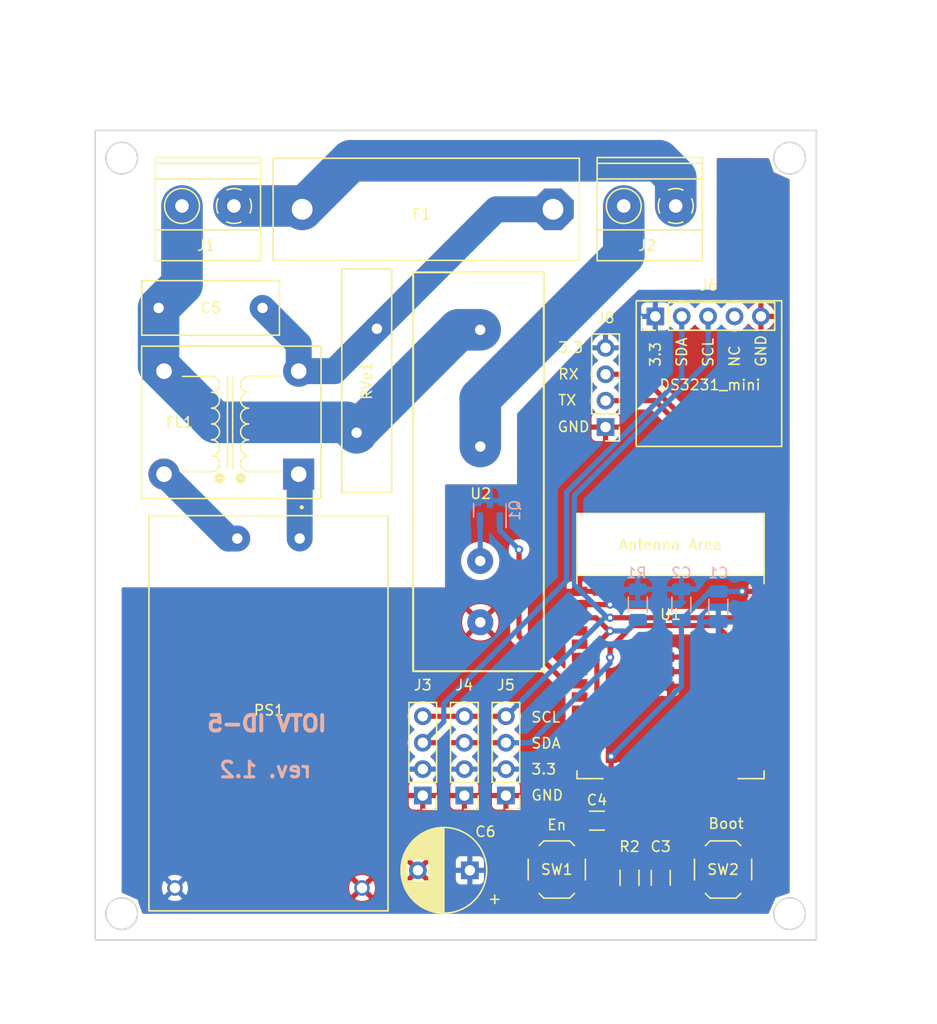
<source format=kicad_pcb>
(kicad_pcb (version 20221018) (generator pcbnew)
  (title_block (title "IOTV_ID-5") (date "2023-08-15") (rev "3") (company "Вербкин М.С."))
  (layers (0 "F.Cu" signal) (31 "B.Cu" signal) (34 "B.Paste" user) (35 "F.Paste" user) (36 "B.SilkS" user "B.Silkscreen") (37 "F.SilkS" user "F.Silkscreen") (38 "B.Mask" user) (39 "F.Mask" user) (44 "Edge.Cuts" user))
  (net 0 "")
  (net 1 "GND")
  (net 2 "+3.3V")
  (net 3 "~220")
  (net 4 "EN")
  (net 5 "Net-(C4-Pad1)")
  (net 6 "SDA")
  (net 7 "SCL")
  (net 8 "SSD-1")
  (net 9 "Net-(J1-Pin_1)")
  (net 10 "Net-(PS1-AC2)")
  (net 11 "Net-(PS1-AC1)")
  (net 12 "SSD-2")
  (net 21 "U0TX")
  (net 22 "U0RX")
  (net 24 "GPIO0")
  (net 36 "ssr+")
  (net 37 "GPIO32")
  (footprint "Capacitor_THT:C_Rect_L13.0mm_W5.0mm_P10.00mm_FKS3_FKP3_MKS4" (layer "F.Cu") (at 117.694 67.998 180)
    (fp_text reference "C5" (at 5 0) (layer "F.SilkS"))
    (fp_text value "C_Generic")
    (pad "1" thru_hole circle (at 0 0 180) (size 2 2) (drill 1) (layers "*.Cu" "*.Mask") (net 3 "~220"))
    (pad "2" thru_hole circle (at 10 0 180) (size 2 2) (drill 1) (layers "*.Cu" "*.Mask") (net 8 "SSD-1"))
  )
  (footprint "Connector_PinHeader_2.54mm:PinHeader_1x04_P2.54mm_Vertical" (layer "F.Cu") (at 150.693 79.454 180)
    (fp_text reference "J8" (at 0 10.5) (layer "F.SilkS"))
    (fp_text value "UART")
    (pad "1" thru_hole rect (at 0 0 180) (size 1.7 1.7) (drill 1) (layers "*.Cu" "*.Mask") (net 1 "GND"))
    (pad "2" thru_hole oval (at 0 2.54 180) (size 1.7 1.7) (drill 1) (layers "*.Cu" "*.Mask") (net 21 "U0TX"))
    (pad "3" thru_hole oval (at 0 5.08 180) (size 1.7 1.7) (drill 1) (layers "*.Cu" "*.Mask") (net 22 "U0RX"))
    (pad "4" thru_hole oval (at 0 7.62 180) (size 1.7 1.7) (drill 1) (layers "*.Cu" "*.Mask") (net 2 "+3.3V"))
  )
  (footprint "Espressif:ESP32-WROOM-32E" (layer "F.Cu") (at 156.945 102.26)
    (fp_text reference "U1" (at 0 -4.782 180) (layer "F.SilkS"))
    (fp_text value "ESP32-WROOM-E")
    (fp_text user "Antenna Area" (at 0 -11.5) (layer "F.SilkS"))
    (pad "1" smd rect (at -8.75 -7.01) (size 1.5 0.9) (layers "F.Cu" "F.Paste" "F.Mask") (net 1 "GND"))
    (pad "2" smd rect (at -8.75 -5.74) (size 1.5 0.9) (layers "F.Cu" "F.Paste" "F.Mask") (net 2 "+3.3V"))
    (pad "3" smd rect (at -8.75 -4.47) (size 1.5 0.9) (layers "F.Cu" "F.Paste" "F.Mask") (net 4 "EN"))
    (pad "4" smd rect (at -8.75 -3.2) (size 1.5 0.9) (layers "F.Cu" "F.Paste" "F.Mask"))
    (pad "5" smd rect (at -8.75 -1.93) (size 1.5 0.9) (layers "F.Cu" "F.Paste" "F.Mask"))
    (pad "6" smd rect (at -8.75 -0.66) (size 1.5 0.9) (layers "F.Cu" "F.Paste" "F.Mask"))
    (pad "7" smd rect (at -8.75 0.61) (size 1.5 0.9) (layers "F.Cu" "F.Paste" "F.Mask"))
    (pad "8" smd rect (at -8.75 1.88) (size 1.5 0.9) (layers "F.Cu" "F.Paste" "F.Mask") (net 37 "GPIO32"))
    (pad "9" smd rect (at -8.75 3.15) (size 1.5 0.9) (layers "F.Cu" "F.Paste" "F.Mask"))
    (pad "10" smd rect (at -8.75 4.42) (size 1.5 0.9) (layers "F.Cu" "F.Paste" "F.Mask"))
    (pad "11" smd rect (at -8.75 5.69) (size 1.5 0.9) (layers "F.Cu" "F.Paste" "F.Mask"))
    (pad "12" smd rect (at -8.75 6.96) (size 1.5 0.9) (layers "F.Cu" "F.Paste" "F.Mask"))
    (pad "13" smd rect (at -8.75 8.23) (size 1.5 0.9) (layers "F.Cu" "F.Paste" "F.Mask"))
    (pad "14" smd rect (at -8.75 9.5) (size 1.5 0.9) (layers "F.Cu" "F.Paste" "F.Mask"))
    (pad "15" smd rect (at -5.72 10.75 90) (size 1.5 0.9) (layers "F.Cu" "F.Paste" "F.Mask") (net 1 "GND"))
    (pad "16" smd rect (at -4.45 10.75 90) (size 1.5 0.9) (layers "F.Cu" "F.Paste" "F.Mask"))
    (pad "17" smd rect (at -3.18 10.75 90) (size 1.5 0.9) (layers "F.Cu" "F.Paste" "F.Mask"))
    (pad "18" smd rect (at -1.91 10.75 90) (size 1.5 0.9) (layers "F.Cu" "F.Paste" "F.Mask"))
    (pad "19" smd rect (at -0.64 10.75 90) (size 1.5 0.9) (layers "F.Cu" "F.Paste" "F.Mask"))
    (pad "20" smd rect (at 0.63 10.75 90) (size 1.5 0.9) (layers "F.Cu" "F.Paste" "F.Mask"))
    (pad "21" smd rect (at 1.9 10.75 90) (size 1.5 0.9) (layers "F.Cu" "F.Paste" "F.Mask"))
    (pad "22" smd rect (at 3.17 10.75 90) (size 1.5 0.9) (layers "F.Cu" "F.Paste" "F.Mask"))
    (pad "23" smd rect (at 4.44 10.75 90) (size 1.5 0.9) (layers "F.Cu" "F.Paste" "F.Mask"))
    (pad "24" smd rect (at 5.71 10.75 90) (size 1.5 0.9) (layers "F.Cu" "F.Paste" "F.Mask"))
    (pad "25" smd rect (at 8.75 9.5 180) (size 1.5 0.9) (layers "F.Cu" "F.Paste" "F.Mask") (net 24 "GPIO0"))
    (pad "26" smd rect (at 8.75 8.23 180) (size 1.5 0.9) (layers "F.Cu" "F.Paste" "F.Mask"))
    (pad "27" smd rect (at 8.75 6.96 180) (size 1.5 0.9) (layers "F.Cu" "F.Paste" "F.Mask"))
    (pad "28" smd rect (at 8.75 5.69 180) (size 1.5 0.9) (layers "F.Cu" "F.Paste" "F.Mask"))
    (pad "29" smd rect (at 8.75 4.42 180) (size 1.5 0.9) (layers "F.Cu" "F.Paste" "F.Mask"))
    (pad "30" smd rect (at 8.75 3.15 180) (size 1.5 0.9) (layers "F.Cu" "F.Paste" "F.Mask"))
    (pad "31" smd rect (at 8.75 1.88 180) (size 1.5 0.9) (layers "F.Cu" "F.Paste" "F.Mask"))
    (pad "32" smd rect (at 8.75 0.61 180) (size 1.5 0.9) (layers "F.Cu" "F.Paste" "F.Mask"))
    (pad "33" smd rect (at 8.75 -0.66 180) (size 1.5 0.9) (layers "F.Cu" "F.Paste" "F.Mask") (net 6 "SDA"))
    (pad "34" smd rect (at 8.75 -1.93 180) (size 1.5 0.9) (layers "F.Cu" "F.Paste" "F.Mask") (net 22 "U0RX"))
    (pad "35" smd rect (at 8.75 -3.2 180) (size 1.5 0.9) (layers "F.Cu" "F.Paste" "F.Mask") (net 21 "U0TX"))
    (pad "36" smd rect (at 8.75 -4.47 180) (size 1.5 0.9) (layers "F.Cu" "F.Paste" "F.Mask") (net 7 "SCL"))
    (pad "37" smd rect (at 8.75 -5.74 180) (size 1.5 0.9) (layers "F.Cu" "F.Paste" "F.Mask"))
    (pad "38" smd rect (at 8.75 -7.01 180) (size 1.5 0.9) (layers "F.Cu" "F.Paste" "F.Mask") (net 1 "GND"))
    (pad "39" smd rect (at -2.9 -0.69 180) (size 0.9 0.9) (layers "F.Cu" "F.Paste" "F.Mask") (net 1 "GND"))
    (pad "39" smd rect (at -2.9 -0.69 180) (size 0.9 0.9) (layers "F.Cu" "F.Paste" "F.Mask") (net 1 "GND"))
    (pad "39" smd rect (at -2.9 0.71 180) (size 0.9 0.9) (layers "F.Cu" "F.Paste" "F.Mask") (net 1 "GND"))
    (pad "39" smd rect (at -2.9 2.11 180) (size 0.9 0.9) (layers "F.Cu" "F.Paste" "F.Mask") (net 1 "GND"))
    (pad "39" smd rect (at -2.9 2.11 180) (size 0.9 0.9) (layers "F.Cu" "F.Paste" "F.Mask") (net 1 "GND"))
    (pad "39" smd rect (at -1.5 -0.69 180) (size 0.9 0.9) (layers "F.Cu" "F.Paste" "F.Mask") (net 1 "GND"))
    (pad "39" smd rect (at -1.5 0.71 180) (size 0.9 0.9) (layers "F.Cu" "F.Paste" "F.Mask") (net 1 "GND"))
    (pad "39" smd rect (at -1.5 2.11 180) (size 0.9 0.9) (layers "F.Cu" "F.Paste" "F.Mask") (net 1 "GND"))
    (pad "39" smd rect (at -1.5 2.11 180) (size 0.9 0.9) (layers "F.Cu" "F.Paste" "F.Mask") (net 1 "GND"))
    (pad "39" smd rect (at -0.1 -0.69 180) (size 0.9 0.9) (layers "F.Cu" "F.Paste" "F.Mask") (net 1 "GND"))
    (pad "39" smd rect (at -0.1 0.71 180) (size 0.9 0.9) (layers "F.Cu" "F.Paste" "F.Mask") (net 1 "GND"))
    (pad "39" smd rect (at -0.1 2.11 180) (size 0.9 0.9) (layers "F.Cu" "F.Paste" "F.Mask") (net 1 "GND"))
    (zone (net 0) (net_name "") (layers "*.Cu") (name "antenna keepout") (connect_pads (clearance 0)) (min_thickness 0.254)
      (keepout (tracks not_allowed) (vias not_allowed) (pads not_allowed) (copperpour not_allowed) (footprints not_allowed))
      (fill (thermal_gap 0.508) (thermal_bridge_width 0.508))
      (polygon (pts (xy 165.945 93.71) (xy 147.945 93.71) (xy 147.945 87.76) (xy 165.945 87.76)))
    )
  )
  (footprint "Button_Switch_SMD:SW_SPST_TL3342" (layer "F.Cu") (at 162 121.998)
    (fp_text reference "SW2" (at 0 0) (layer "F.SilkS"))
    (fp_text value "Boot")
    (pad "1" smd rect (at -3.15 -1.9) (size 1.7 1) (layers "F.Cu" "F.Paste" "F.Mask") (net 24 "GPIO0"))
    (pad "1" smd rect (at 3.15 -1.9) (size 1.7 1) (layers "F.Cu" "F.Paste" "F.Mask") (net 24 "GPIO0"))
    (pad "2" smd rect (at -3.15 1.9) (size 1.7 1) (layers "F.Cu" "F.Paste" "F.Mask") (net 1 "GND"))
    (pad "2" smd rect (at 3.15 1.9) (size 1.7 1) (layers "F.Cu" "F.Paste" "F.Mask") (net 1 "GND"))
  )
  (footprint "Connector_PinHeader_2.54mm:PinHeader_1x04_P2.54mm_Vertical" (layer "F.Cu") (at 133.1092 114.8842 180)
    (fp_text reference "J3" (at 0 10.62 180) (layer "F.SilkS"))
    (fp_text value "Conn_01x04")
    (pad "1" thru_hole rect (at 0 0 180) (size 1.7 1.7) (drill 1) (layers "*.Cu" "*.Mask") (net 1 "GND"))
    (pad "2" thru_hole oval (at 0 2.54 180) (size 1.7 1.7) (drill 1) (layers "*.Cu" "*.Mask") (net 2 "+3.3V"))
    (pad "3" thru_hole oval (at 0 5.08 180) (size 1.7 1.7) (drill 1) (layers "*.Cu" "*.Mask") (net 6 "SDA"))
    (pad "4" thru_hole oval (at 0 7.62 180) (size 1.7 1.7) (drill 1) (layers "*.Cu" "*.Mask") (net 7 "SCL"))
  )
  (footprint "Connector_PinHeader_2.54mm:PinHeader_1x04_P2.54mm_Vertical" (layer "F.Cu") (at 141.1092 114.8842 180)
    (fp_text reference "J5" (at 0 10.62 180) (layer "F.SilkS"))
    (fp_text value "Conn_01x04")
    (pad "1" thru_hole rect (at 0 0 180) (size 1.7 1.7) (drill 1) (layers "*.Cu" "*.Mask") (net 1 "GND"))
    (pad "2" thru_hole oval (at 0 2.54 180) (size 1.7 1.7) (drill 1) (layers "*.Cu" "*.Mask") (net 2 "+3.3V"))
    (pad "3" thru_hole oval (at 0 5.08 180) (size 1.7 1.7) (drill 1) (layers "*.Cu" "*.Mask") (net 6 "SDA"))
    (pad "4" thru_hole oval (at 0 7.62 180) (size 1.7 1.7) (drill 1) (layers "*.Cu" "*.Mask") (net 7 "SCL"))
  )
  (footprint "Capacitor_SMD:C_1206_3216Metric" (layer "F.Cu") (at 149.86 117.2972 180)
    (fp_text reference "C4" (at 0 1.9812) (layer "F.SilkS"))
    (fp_text value "C_Generic")
    (pad "1" smd roundrect (at -1.475 0 180) (size 1.15 1.8) (layers "F.Cu" "F.Paste" "F.Mask") (roundrect_rratio 0.2173913043) (net 5 "Net-(C4-Pad1)"))
    (pad "2" smd roundrect (at 1.475 0 180) (size 1.15 1.8) (layers "F.Cu" "F.Paste" "F.Mask") (roundrect_rratio 0.2173913043) (net 1 "GND"))
  )
  (footprint "Fuse:Fuseholder_Cylinder-5x20mm_Schurter_0031_8201_Horizontal_Open_v2" (layer "F.Cu") (at 121.506 58.513)
    (fp_text reference "F1" (at 11.489 0.485) (layer "F.SilkS"))
    (fp_text value "0.5")
    (pad "1" thru_hole circle (at 0 0) (size 4 4) (drill 2) (layers "*.Cu" "*.Mask") (net 9 "Net-(J1-Pin_1)"))
    (pad "2" thru_hole custom (at 24.13 0) (size 4 4) (drill 2) (layers "*.Cu" "*.Mask") (net 3 "~220") (options (clearance convexhull) (anchor circle)) (primitives (gr_poly (pts (xy 1.95 0.807717) (xy 0.807717 1.95) (xy -0.807717 1.95) (xy -1.95 0.807717) (xy -1.95 -0.807717) (xy -0.807717 -1.95) (xy 0.807717 -1.95) (xy 1.95 -0.807717)) (width 0.1) (fill yes))))
  )
  (footprint "HLK-5M05:CONV_HLK-5M05" (layer "F.Cu") (at 118.2652 106.97 -90)
    (fp_text reference "PS1" (at -0.29 -0.048 -180) (layer "F.SilkS"))
    (fp_text value "HLK-5M05")
    (pad "1" thru_hole rect (at -16.8 -3 270) (size 1.5 1.5) (drill 1) (layers "*.Cu" "*.Mask") (net 11 "Net-(PS1-AC1)"))
    (pad "2" thru_hole circle (at -16.8 3 270) (size 1.5 1.5) (drill 1) (layers "*.Cu" "*.Mask") (net 10 "Net-(PS1-AC2)"))
    (pad "3" thru_hole circle (at 16.8 -9 270) (size 1.5 1.5) (drill 1) (layers "*.Cu" "*.Mask") (net 1 "GND"))
    (pad "4" thru_hole circle (at 16.8 9 270) (size 1.5 1.5) (drill 1) (layers "*.Cu" "*.Mask") (net 2 "+3.3V"))
  )
  (footprint "Resistor_SMD:R_1206_3216Metric" (layer "F.Cu") (at 153 122.794 90)
    (fp_text reference "R2" (at 3 0) (layer "F.SilkS"))
    (fp_text value "?")
    (pad "1" smd roundrect (at -1.4625 0 90) (size 1.125 1.75) (layers "F.Cu" "F.Paste" "F.Mask") (roundrect_rratio 0.2222222222) (net 5 "Net-(C4-Pad1)"))
    (pad "2" smd roundrect (at 1.4625 0 90) (size 1.125 1.75) (layers "F.Cu" "F.Paste" "F.Mask") (roundrect_rratio 0.2222222222) (net 4 "EN"))
  )
  (footprint "Library:G7DA-28" (layer "F.Cu") (at 139.2682 77.724 -90)
    (fp_text reference "U2" (at 8.128 0.5842 unlocked) (layer "F.SilkS"))
    (fp_text value "G7DA-28 (Z)D3 8A/240V (3-32V)")
    (pad "11" thru_hole circle (at -7.62 0.635 270) (size 2.5 2.5) (drill 1) (layers "*.Cu" "*.Mask") (net 8 "SSD-1"))
    (pad "14" thru_hole circle (at 3.6 0.625 270) (size 2.5 2.5) (drill 1) (layers "*.Cu" "*.Mask") (net 12 "SSD-2"))
    (pad "A1" thru_hole circle (at 14.605 0.635 270) (size 2.5 2.5) (drill 1) (layers "*.Cu" "*.Mask") (net 36 "ssr+"))
    (pad "A2" thru_hole circle (at 20.5 0.625 270) (size 2.5 2.5) (drill 1) (layers "*.Cu" "*.Mask") (net 1 "GND"))
  )
  (footprint "TerminalBlock_Phoenix:TerminalBlock_Phoenix_MKDS-1,5-2_1x02_P5.00mm_Horizontal" (layer "F.Cu") (at 114.944 58.193 180)
    (fp_text reference "J1" (at 2.691 -3.805) (layer "F.SilkS"))
    (fp_text value "Screw_Terminal_01x02")
    (pad "1" thru_hole rect (at 0 0 180) (size 2.6 2.6) (drill 1.3) (layers "*.Cu" "*.Mask") (net 9 "Net-(J1-Pin_1)"))
    (pad "2" thru_hole circle (at 5 0 180) (size 2.6 2.6) (drill 1.3) (layers "*.Cu" "*.Mask") (net 8 "SSD-1"))
  )
  (footprint "Connector_PinHeader_2.54mm:PinHeader_1x04_P2.54mm_Vertical" (layer "F.Cu") (at 137.1092 114.8842 180)
    (fp_text reference "J4" (at 0 10.62 180) (layer "F.SilkS"))
    (fp_text value "Conn_01x04")
    (pad "1" thru_hole rect (at 0 0 180) (size 1.7 1.7) (drill 1) (layers "*.Cu" "*.Mask") (net 1 "GND"))
    (pad "2" thru_hole oval (at 0 2.54 180) (size 1.7 1.7) (drill 1) (layers "*.Cu" "*.Mask") (net 2 "+3.3V"))
    (pad "3" thru_hole oval (at 0 5.08 180) (size 1.7 1.7) (drill 1) (layers "*.Cu" "*.Mask") (net 6 "SDA"))
    (pad "4" thru_hole oval (at 0 7.62 180) (size 1.7 1.7) (drill 1) (layers "*.Cu" "*.Mask") (net 7 "SCL"))
  )
  (footprint "Button_Switch_SMD:SW_SPST_TL3342" (layer "F.Cu") (at 146 121.998)
    (fp_text reference "SW1" (at 0 0) (layer "F.SilkS"))
    (fp_text value "RST")
    (pad "1" smd rect (at -3.15 -1.9) (size 1.7 1) (layers "F.Cu" "F.Paste" "F.Mask") (net 5 "Net-(C4-Pad1)"))
    (pad "1" smd rect (at 3.15 -1.9) (size 1.7 1) (layers "F.Cu" "F.Paste" "F.Mask") (net 5 "Net-(C4-Pad1)"))
    (pad "2" smd rect (at -3.15 1.9) (size 1.7 1) (layers "F.Cu" "F.Paste" "F.Mask") (net 1 "GND"))
    (pad "2" smd rect (at 3.15 1.9) (size 1.7 1) (layers "F.Cu" "F.Paste" "F.Mask") (net 1 "GND"))
  )
  (footprint "Capacitor_THT:CP_Radial_D8.0mm_P5.00mm" (layer "F.Cu") (at 137.6398 122.0724 180)
    (fp_text reference "C6" (at -1.5014 3.7084 180) (layer "F.SilkS"))
    (fp_text value "C_Generic")
    (pad "1" thru_hole rect (at 0 0 180) (size 1.7 1.7) (drill 1) (layers "*.Cu" "*.Mask") (net 2 "+3.3V"))
    (pad "2" thru_hole circle (at 5 0 180) (size 1.7 1.7) (drill 1) (layers "*.Cu" "*.Mask") (net 1 "GND"))
  )
  (footprint "PCM_Inductor_THT_AKL:L_CommonMode_Toroid_Vertical_10x13mm" (layer "F.Cu") (at 121.171 83.98275 180)
    (fp_text reference "FL1" (at 11.477 4.98475 180) (layer "F.SilkS"))
    (fp_text value "Filter_EMI_LL" hide)
    (pad "1" thru_hole rect (at 0 0 180) (size 3 3) (drill 1.5) (layers "*.Cu" "*.Mask") (net 11 "Net-(PS1-AC1)"))
    (pad "2" thru_hole circle (at 0 9.906 180) (size 3 3) (drill 1.5) (layers "*.Cu" "*.Mask") (net 3 "~220"))
    (pad "3" thru_hole circle (at 12.954 9.906 180) (size 3 3) (drill 1.5) (layers "*.Cu" "*.Mask") (net 8 "SSD-1"))
    (pad "4" thru_hole circle (at 12.954 0 180) (size 3 3) (drill 1.5) (layers "*.Cu" "*.Mask") (net 10 "Net-(PS1-AC2)"))
  )
  (footprint "TerminalBlock_Phoenix:TerminalBlock_Phoenix_MKDS-1,5-2_1x02_P5.00mm_Horizontal" (layer "F.Cu") (at 157.464 58.173 180)
    (fp_text reference "J2" (at 2.77 -3.825 180) (layer "F.SilkS"))
    (fp_text value "Screw_Terminal_01x02")
    (pad "1" thru_hole rect (at 0.02 -0.02 180) (size 2.6 2.6) (drill 1.3) (layers "*.Cu" "*.Mask") (net 9 "Net-(J1-Pin_1)"))
    (pad "2" thru_hole circle (at 5.02 -0.02 180) (size 2.6 2.6) (drill 1.3) (layers "*.Cu" "*.Mask") (net 12 "SSD-2"))
  )
  (footprint "Connector_PinHeader_2.54mm:PinHeader_1x05_P2.54mm_Vertical" (layer "F.Cu") (at 155.48 68.81 90)
    (fp_text reference "J6" (at 3 5.16 180) (layer "F.SilkS"))
    (fp_text value "Conn_01x05")
    (pad "1" thru_hole rect (at 0 0 90) (size 1.7 1.7) (drill 1) (layers "*.Cu" "*.Mask") (net 2 "+3.3V"))
    (pad "2" thru_hole oval (at 0 2.54 90) (size 1.7 1.7) (drill 1) (layers "*.Cu" "*.Mask") (net 6 "SDA"))
    (pad "3" thru_hole oval (at 0 5.08 90) (size 1.7 1.7) (drill 1) (layers "*.Cu" "*.Mask") (net 7 "SCL"))
    (pad "4" thru_hole oval (at 0 7.62 90) (size 1.7 1.7) (drill 1) (layers "*.Cu" "*.Mask"))
    (pad "5" thru_hole oval (at 0 10.16 90) (size 1.7 1.7) (drill 1) (layers "*.Cu" "*.Mask") (net 1 "GND"))
  )
  (footprint "Varistor:RV_Disc_D21.5mm_W4.8mm_P10mm" (layer "F.Cu") (at 128.694 69.998 -90)
    (fp_text reference "RVe1" (at 5 0.975 90) (layer "F.SilkS"))
    (fp_text value "Varistor")
    (pad "1" thru_hole circle (at 0 0 270) (size 2 2) (drill 1) (layers "*.Cu" "*.Mask") (net 3 "~220"))
    (pad "2" thru_hole circle (at 10 1.95 270) (size 2 2) (drill 1) (layers "*.Cu" "*.Mask") (net 8 "SSD-1"))
  )
  (footprint "Capacitor_SMD:C_1206_3216Metric" (layer "F.Cu") (at 156 122.794 -90)
    (fp_text reference "C3" (at -3 0) (layer "F.SilkS"))
    (fp_text value "C_Generic")
    (pad "1" smd roundrect (at -1.475 0 270) (size 1.15 1.8) (layers "F.Cu" "F.Paste" "F.Mask") (roundrect_rratio 0.2173913043) (net 4 "EN"))
    (pad "2" smd roundrect (at 1.475 0 270) (size 1.15 1.8) (layers "F.Cu" "F.Paste" "F.Mask") (roundrect_rratio 0.2173913043) (net 1 "GND"))
  )
  (footprint "Capacitor_SMD:C_1206_3216Metric" (layer "B.Cu") (at 161.544 96.725 90)
    (fp_text reference "C1" (at 3.253 0) (layer "B.SilkS") (effects (justify mirror)))
    (fp_text value "C_Generic")
    (pad "1" smd roundrect (at -1.475 0 90) (size 1.15 1.8) (layers "B.Cu" "B.Paste" "B.Mask") (roundrect_rratio 0.2173913043) (net 2 "+3.3V"))
    (pad "2" smd roundrect (at 1.475 0 90) (size 1.15 1.8) (layers "B.Cu" "B.Paste" "B.Mask") (roundrect_rratio 0.2173913043) (net 1 "GND"))
  )
  (footprint "Package_TO_SOT_SMD:SOT-23" (layer "B.Cu") (at 139.5628 87.4545 90)
    (fp_text reference "Q1" (at 0 2.4 270) (layer "B.SilkS") (effects (justify mirror)))
    (fp_text value "S8050")
    (pad "1" smd roundrect (at -0.9375 0.95 90) (size 1.475 0.6) (layers "B.Cu" "B.Paste" "B.Mask") (net 37 "GPIO32"))
    (pad "2" smd roundrect (at -0.9375 -0.95 90) (size 1.475 0.6) (layers "B.Cu" "B.Paste" "B.Mask") (net 36 "ssr+"))
    (pad "3" smd roundrect (at 0.9375 0 90) (size 1.475 0.6) (layers "B.Cu" "B.Paste" "B.Mask") (net 2 "+3.3V"))
  )
  (footprint "Resistor_SMD:R_1206_3216Metric" (layer "B.Cu") (at 153.797 96.52 -90)
    (fp_text reference "R1" (at -3.048 0.127 -360) (layer "B.SilkS") (effects (justify mirror)))
    (fp_text value "10K")
    (pad "1" smd roundrect (at -1.4625 0 270) (size 1.125 1.75) (layers "B.Cu" "B.Paste" "B.Mask") (roundrect_rratio 0.2222222222) (net 2 "+3.3V"))
    (pad "2" smd roundrect (at 1.4625 0 270) (size 1.125 1.75) (layers "B.Cu" "B.Paste" "B.Mask") (roundrect_rratio 0.2222222222) (net 4 "EN"))
  )
  (footprint "Capacitor_SMD:C_1206_3216Metric" (layer "B.Cu") (at 157.988 96.52 -90)
    (fp_text reference "C2" (at -3.048 0) (layer "B.SilkS") (effects (justify mirror)))
    (fp_text value "C_Generic")
    (pad "1" smd roundrect (at -1.475 0 270) (size 1.15 1.8) (layers "B.Cu" "B.Paste" "B.Mask") (roundrect_rratio 0.2173913043) (net 2 "+3.3V"))
    (pad "2" smd roundrect (at 1.475 0 270) (size 1.15 1.8) (layers "B.Cu" "B.Paste" "B.Mask") (roundrect_rratio 0.2173913043) (net 1 "GND"))
  )
  (gr_line (start 167.64 81.31) (end 153.64 81.31) (stroke (width 0.15)) (layer "F.SilkS"))
  (gr_line (start 153.64 67.31) (end 167.64 67.31) (stroke (width 0.15)) (layer "F.SilkS"))
  (gr_line (start 153.64 81.31) (end 153.64 67.31) (stroke (width 0.15)) (layer "F.SilkS"))
  (gr_line (start 167.64 67.31) (end 167.64 81.31) (stroke (width 0.15)) (layer "F.SilkS"))
  (gr_circle (center 104.14 126.238) (end 105.664 126.238) (stroke (width 0.15)) (fill none) (layer "Edge.Cuts"))
  (gr_rect (start 101.6 50.934) (end 170.976 128.778) (stroke (width 0.15)) (fill none) (layer "Edge.Cuts"))
  (gr_circle (center 104.14 53.594) (end 105.664 53.594) (stroke (width 0.15)) (fill none) (layer "Edge.Cuts"))
  (gr_circle (center 168.402 126.238) (end 169.926 126.238) (stroke (width 0.15)) (fill none) (layer "Edge.Cuts"))
  (gr_circle (center 168.402 53.594) (end 169.926 53.594) (stroke (width 0.15)) (fill none) (layer "Edge.Cuts"))
  (gr_text "rev. 1.2" (at 122.555 113.284) (layer "B.SilkS") (effects (font (size 1.5 1.5) (thickness 0.3) bold) (justify left bottom mirror)))
  (gr_text "IOTV ID-5" (at 118.11 108.839) (layer "B.SilkS") (effects (font (size 1.5 1.5) (thickness 0.375) bold) (justify bottom mirror)))
  (gr_text "RX" (at 146.05 74.954) (layer "F.SilkS") (effects (font (size 1 1)) (justify left bottom)))
  (gr_text "3.3" (at 146.05 72.39) (layer "F.SilkS") (effects (font (size 1 1)) (justify left bottom)))
  (gr_text "Boot" (at 160.5 118.1608) (layer "F.SilkS") (effects (font (size 1 1)) (justify left bottom)))
  (gr_text "SCL" (at 161.15 73.754 90) (layer "F.SilkS") (effects (font (size 1 1)) (justify left bottom)))
  (gr_text "GND" (at 145.994 80.01) (layer "F.SilkS") (effects (font (size 1 1)) (justify left bottom)))
  (gr_text "SDA" (at 143.4592 110.4392) (layer "F.SilkS") (effects (font (size 1 1)) (justify left bottom)))
  (gr_text "GND" (at 143.4592 115.4392) (layer "F.SilkS") (effects (font (size 1 1)) (justify left bottom)))
  (gr_text "3.3" (at 143.4592 112.9392) (layer "F.SilkS") (effects (font (size 1 1)) (justify left bottom)))
  (gr_text "SCL" (at 143.4592 107.9392) (layer "F.SilkS") (effects (font (size 1 1)) (justify left bottom)))
  (gr_text "SDA" (at 158.61 73.754 90) (layer "F.SilkS") (effects (font (size 1 1)) (justify left bottom)))
  (gr_text "En" (at 145 118.294) (layer "F.SilkS") (effects (font (size 1 1)) (justify left bottom)))
  (gr_text "TX" (at 146.05 77.454) (layer "F.SilkS") (effects (font (size 1 1)) (justify left bottom)))
  (gr_text "3.3" (at 156.07 73.754 90) (layer "F.SilkS") (effects (font (size 1 1)) (justify left bottom)))
  (gr_text "GND" (at 166.23 73.754 90) (layer "F.SilkS") (effects (font (size 1 1)) (justify left bottom)))
  (gr_text "NC" (at 163.69 73.754 90) (layer "F.SilkS") (effects (font (size 1 1)) (justify left bottom)))
  (gr_text "DS3231_mini" (at 160.7468 75.3976) (layer "F.SilkS") (effects (font (size 1 1))))
  (segment (start 151.225 113.01) (end 151.225 111.1316) (width 0.5) (layer "F.Cu") (net 1))
  (segment (start 151.225 111.1316) (end 151.2316 111.125) (width 0.5) (layer "F.Cu") (net 1))
  (segment (start 165.695 95.25) (end 163.83 95.25) (width 0.5) (layer "F.Cu") (net 1))
  (via (at 163.83 95.25) (size 0.8) (drill 0.4) (layers "F.Cu" "B.Cu") (net 1))
  (via (at 151.2316 111.125) (size 0.8) (drill 0.4) (layers "F.Cu" "B.Cu") (net 1))
  (segment (start 157.988 104.3686) (end 151.2316 111.125) (width 0.5) (layer "B.Cu") (net 1))
  (segment (start 161.544 95.25) (end 163.83 95.25) (width 0.5) (layer "B.Cu") (net 1))
  (segment (start 161.544 95.25) (end 160.733 95.25) (width 0.5) (layer "B.Cu") (net 1))
  (segment (start 160.733 95.25) (end 157.988 97.995) (width 0.5) (layer "B.Cu") (net 1))
  (segment (start 157.988 97.995) (end 157.988 104.3686) (width 0.5) (layer "B.Cu") (net 1))
  (segment (start 148.195 96.52) (end 151.13 96.52) (width 0.5) (layer "F.Cu") (net 2))
  (via (at 151.13 96.52) (size 0.8) (drill 0.4) (layers "F.Cu" "B.Cu") (net 2))
  (segment (start 153.797 95.0575) (end 152.5925 95.0575) (width 0.5) (layer "B.Cu") (net 2))
  (segment (start 152.5925 95.0575) (end 151.13 96.52) (width 0.5) (layer "B.Cu") (net 2))
  (segment (start 121.171 74.07675) (end 121.171 71.475) (width 2.5) (layer "B.Cu") (net 3))
  (segment (start 124.61525 74.07675) (end 128.694 69.998) (width 2.5) (layer "B.Cu") (net 3))
  (segment (start 140.179 58.513) (end 128.694 69.998) (width 2.5) (layer "B.Cu") (net 3))
  (segment (start 145.636 58.513) (end 140.179 58.513) (width 2.5) (layer "B.Cu") (net 3))
  (segment (start 121.171 74.07675) (end 124.61525 74.07675) (width 2.5) (layer "B.Cu") (net 3))
  (segment (start 121.171 71.475) (end 117.694 67.998) (width 2.5) (layer "B.Cu") (net 3))
  (segment (start 151.035 99.06) (end 151.13 99.06) (width 0.5) (layer "F.Cu") (net 4))
  (segment (start 149.765 97.79) (end 151.035 99.06) (width 0.5) (layer "F.Cu") (net 4))
  (segment (start 156 118.8652) (end 152.2984 115.1636) (width 0.5) (layer "F.Cu") (net 4))
  (segment (start 156 121.319) (end 153.0125 121.319) (width 0.5) (layer "F.Cu") (net 4))
  (segment (start 148.195 97.79) (end 149.765 97.79) (width 0.5) (layer "F.Cu") (net 4))
  (segment (start 153.0125 121.319) (end 153 121.3315) (width 0.5) (layer "F.Cu") (net 4))
  (segment (start 149.86 100.33) (end 151.13 99.06) (width 0.5) (layer "F.Cu") (net 4))
  (segment (start 151.1786 115.1636) (end 149.86 113.845) (width 0.5) (layer "F.Cu") (net 4))
  (segment (start 149.86 113.845) (end 149.86 100.33) (width 0.5) (layer "F.Cu") (net 4))
  (segment (start 152.2984 115.1636) (end 151.1786 115.1636) (width 0.5) (layer "F.Cu") (net 4))
  (segment (start 156 121.319) (end 156 118.8652) (width 0.5) (layer "F.Cu") (net 4))
  (via (at 151.13 99.06) (size 0.8) (drill 0.4) (layers "F.Cu" "B.Cu") (net 4))
  (segment (start 152.7195 99.06) (end 151.13 99.06) (width 0.5) (layer "B.Cu") (net 4))
  (segment (start 153.797 97.9825) (end 152.7195 99.06) (width 0.5) (layer "B.Cu") (net 4))
  (segment (start 151.335 117.2972) (end 151.335 118.2098) (width 0.5) (layer "F.Cu") (net 5))
  (segment (start 153 124.2565) (end 153 123.948) (width 0.5) (layer "F.Cu") (net 5))
  (segment (start 153 123.948) (end 149.15 120.098) (width 0.5) (layer "F.Cu") (net 5))
  (segment (start 142.85 120.098) (end 149.15 120.098) (width 0.5) (layer "F.Cu") (net 5))
  (segment (start 151.335 118.2098) (end 149.4468 120.098) (width 0.5) (layer "F.Cu") (net 5))
  (segment (start 149.4468 120.098) (end 149.15 120.098) (width 0.5) (layer "F.Cu") (net 5))
  (segment (start 137.1092 109.8042) (end 133.1092 109.8042) (width 0.5) (layer "F.Cu") (net 6))
  (segment (start 164.445 101.6) (end 165.695 101.6) (width 0.5) (layer "F.Cu") (net 6))
  (segment (start 153.301 98.54) (end 161.385 98.54) (width 0.5) (layer "F.Cu") (net 6))
  (segment (start 151.13 101.6) (end 151.13 100.711) (width 0.5) (layer "F.Cu") (net 6))
  (segment (start 141.1092 109.8042) (end 137.1092 109.8042) (width 0.5) (layer "F.Cu") (net 6))
  (segment (start 151.13 100.711) (end 153.301 98.54) (width 0.5) (layer "F.Cu") (net 6))
  (segment (start 161.385 98.54) (end 164.445 101.6) (width 0.5) (layer "F.Cu") (net 6))
  (via (at 151.13 101.6) (size 0.8) (drill 0.4) (layers "F.Cu" "B.Cu") (net 6))
  (segment (start 143.493611 109.8042) (end 141.1092 109.8042) (width 0.5) (layer "B.Cu") (net 6))
  (segment (start 135.128 107.7854) (end 133.1092 109.8042) (width 0.5) (layer "B.Cu") (net 6))
  (segment (start 158.02 68.81) (end 158.02 74.644) (width 0.5) (layer "B.Cu") (net 6))
  (segment (start 146.945 94.228) (end 135.128 106.045) (width 0.5) (layer "B.Cu") (net 6))
  (segment (start 151.13 102.167811) (end 143.493611 109.8042) (width 0.5) (layer "B.Cu") (net 6))
  (segment (start 151.13 101.6) (end 151.13 102.167811) (width 0.5) (layer "B.Cu") (net 6))
  (segment (start 135.128 106.045) (end 135.128 107.7854) (width 0.5) (layer "B.Cu") (net 6))
  (segment (start 158.02 74.644) (end 146.945 85.719) (width 0.5) (layer "B.Cu") (net 6))
  (segment (start 146.945 85.719) (end 146.945 94.228) (width 0.5) (layer "B.Cu") (net 6))
  (segment (start 133.1092 107.2642) (end 137.1092 107.2642) (width 0.5) (layer "F.Cu") (net 7))
  (segment (start 137.1092 107.2642) (end 141.1092 107.2642) (width 0.5) (layer "F.Cu") (net 7))
  (segment (start 165.695 97.79) (end 151.13 97.79) (width 0.5) (layer "F.Cu") (net 7))
  (via (at 151.13 97.79) (size 0.8) (drill 0.4) (layers "F.Cu" "B.Cu") (net 7))
  (segment (start 151.13 97.79) (end 150.876 97.79) (width 0.5) (layer "B.Cu") (net 7))
  (segment (start 141.1092 107.2642) (end 150.5834 97.79) (width 0.5) (layer "B.Cu") (net 7))
  (segment (start 150.876 97.79) (end 147.695 94.609) (width 0.5) (layer "B.Cu") (net 7))
  (segment (start 150.5834 97.79) (end 151.13 97.79) (width 0.5) (layer "B.Cu") (net 7))
  (segment (start 160.56 73.16466) (end 160.56 68.81) (width 0.5) (layer "B.Cu") (net 7))
  (segment (start 147.695 86.02966) (end 160.56 73.16466) (width 0.5) (layer "B.Cu") (net 7))
  (segment (start 147.695 94.609) (end 147.695 86.02966) (width 0.5) (layer "B.Cu") (net 7))
  (segment (start 107.694 73.55375) (end 108.217 74.07675) (width 4) (layer "B.Cu") (net 8))
  (segment (start 109.944 58.193) (end 109.944 65.748) (width 4) (layer "B.Cu") (net 8))
  (segment (start 125.744 78.998) (end 113.13825 78.998) (width 4) (layer "B.Cu") (net 8))
  (segment (start 126.744 79.998) (end 125.744 78.998) (width 4) (layer "B.Cu") (net 8))
  (segment (start 136.5504 70.104) (end 138.6332 70.104) (width 4) (layer "B.Cu") (net 8))
  (segment (start 126.744 79.9104) (end 136.5504 70.104) (width 4) (layer "B.Cu") (net 8))
  (segment (start 113.13825 78.998) (end 108.217 74.07675) (width 4) (layer "B.Cu") (net 8))
  (segment (start 107.694 67.998) (end 107.694 73.55375) (width 4) (layer "B.Cu") (net 8))
  (segment (start 109.944 65.748) (end 107.694 67.998) (width 4) (layer "B.Cu") (net 8))
  (segment (start 126.744 79.998) (end 126.744 79.9104) (width 4) (layer "B.Cu") (net 8))
  (segment (start 157.444 58.193) (end 157.444 55.463) (width 4) (layer "B.Cu") (net 9))
  (segment (start 157.444 55.463) (end 155.829 53.848) (width 4) (layer "B.Cu") (net 9))
  (segment (start 121.186 58.193) (end 121.506 58.513) (width 4) (layer "B.Cu") (net 9))
  (segment (start 155.829 53.848) (end 126.171 53.848) (width 4) (layer "B.Cu") (net 9))
  (segment (start 114.944 58.193) (end 121.186 58.193) (width 4) (layer "B.Cu") (net 9))
  (segment (start 126.171 53.848) (end 121.506 58.513) (width 4) (layer "B.Cu") (net 9))
  (segment (start 108.217 83.98275) (end 114.40425 90.17) (width 2.5) (layer "B.Cu") (net 10))
  (segment (start 114.40425 90.17) (end 115.2652 90.17) (width 2.5) (layer "B.Cu") (net 10))
  (segment (start 121.2652 84.07695) (end 121.171 83.98275) (width 2.5) (layer "B.Cu") (net 11))
  (segment (start 121.2652 90.17) (end 121.2652 84.07695) (width 2.5) (layer "B.Cu") (net 11))
  (segment (start 152.444 62.8972) (end 138.6332 76.708) (width 4) (layer "B.Cu") (net 12))
  (segment (start 152.444 58.193) (end 152.444 62.8972) (width 4) (layer "B.Cu") (net 12))
  (segment (start 138.6332 76.708) (end 138.6432 76.718) (width 4) (layer "B.Cu") (net 12))
  (segment (start 138.6432 76.718) (end 138.6432 81.324) (width 4) (layer "B.Cu") (net 12))
  (segment (start 166.945 98.74) (end 166.625 99.06) (width 0.5) (layer "F.Cu") (net 21))
  (segment (start 155.452554 76.914) (end 166.945 88.406446) (width 0.5) (layer "F.Cu") (net 21))
  (segment (start 166.945 88.406446) (end 166.945 98.74) (width 0.5) (layer "F.Cu") (net 21))
  (segment (start 166.625 99.06) (end 165.695 99.06) (width 0.5) (layer "F.Cu") (net 21))
  (segment (start 150.693 76.914) (end 155.452554 76.914) (width 0.5) (layer "F.Cu") (net 21))
  (segment (start 153.973214 74.374) (end 150.693 74.374) (width 0.5) (layer "F.Cu") (net 22))
  (segment (start 165.695 100.33) (end 166.625 100.33) (width 0.5) (layer "F.Cu") (net 22))
  (segment (start 166.625 100.33) (end 167.695 99.26) (width 0.5) (layer "F.Cu") (net 22))
  (segment (start 167.695 88.095786) (end 153.973214 74.374) (width 0.5) (layer "F.Cu") (net 22))
  (segment (start 167.695 99.26) (end 167.695 88.095786) (width 0.5) (layer "F.Cu") (net 22))
  (segment (start 165.695 119.553) (end 165.15 120.098) (width 0.5) (layer "F.Cu") (net 24))
  (segment (start 158.85 120.098) (end 165.15 120.098) (width 0.5) (layer "F.Cu") (net 24))
  (segment (start 165.695 111.76) (end 165.695 119.553) (width 0.5) (layer "F.Cu") (net 24))
  (segment (start 138.6332 88.4124) (end 138.6128 88.392) (width 0.5) (layer "B.Cu") (net 36))
  (segment (start 138.6332 92.329) (end 138.6332 88.4124) (width 0.5) (layer "B.Cu") (net 36))
  (segment (start 146.945 104.14) (end 142.367 99.562) (width 0.5) (layer "F.Cu") (net 37))
  (segment (start 148.195 104.14) (end 146.945 104.14) (width 0.5) (layer "F.Cu") (net 37))
  (segment (start 142.367 99.562) (end 142.367 91.2368) (width 0.5) (layer "F.Cu") (net 37))
  (via (at 142.367 91.2368) (size 0.8) (drill 0.4) (layers "F.Cu" "B.Cu") (net 37))
  (segment (start 140.5128 88.392) (end 140.5128 89.3826) (width 0.5) (layer "B.Cu") (net 37))
  (segment (start 140.5128 89.3826) (end 142.367 91.2368) (width 0.5) (layer "B.Cu") (net 37))
  (zone (net 1) (net_name "GND") (layer "F.Cu") (connect_pads (clearance 0.6)) (min_thickness 0.25) (fill yes (thermal_gap 0.5) (thermal_bridge_width 0.5) (smoothing chamfer))
    (polygon (pts (xy 104.14 53.598) (xy 142.817 53.552495) (xy 168.402 53.598) (xy 168.402 126.248) (xy 104.14 126.248)))
  )
  (zone (net 0) (net_name "") (layers "F&B.Cu") (connect_pads (clearance 0)) (min_thickness 0.25)
    (keepout (tracks allowed) (vias allowed) (pads allowed) (copperpour not_allowed) (footprints allowed))
    (fill (thermal_gap 0.5) (thermal_bridge_width 0.5))
    (polygon (pts (xy 104.144 126.251518) (xy 106.144 126.251518) (xy 105.671518 124.898) (xy 104.144 124.219518)))
  )
  (zone (net 0) (net_name "") (layers "F&B.Cu") (connect_pads (clearance 0)) (min_thickness 0.25)
    (keepout (tracks allowed) (vias allowed) (pads allowed) (copperpour not_allowed) (footprints allowed))
    (fill (thermal_gap 0.5) (thermal_bridge_width 0.5))
    (polygon (pts (xy 104.14 53.598) (xy 161.3916 53.594) (xy 161.389493 66.2432) (xy 153.875 66.25) (xy 149.86 70.104) (xy 142.18483 78.163204) (xy 142.182226 84.963) (xy 135.255 84.963) (xy 135.255 94.869) (xy 104.14 94.869)))
  )
  (zone (net 0) (net_name "") (layers "F&B.Cu") (connect_pads (clearance 0)) (min_thickness 0.25)
    (keepout (tracks allowed) (vias allowed) (pads allowed) (copperpour not_allowed) (footprints allowed))
    (fill (thermal_gap 0.5) (thermal_bridge_width 0.5))
    (polygon (pts (xy 168.402 126.248) (xy 168.402 124.248) (xy 167.048482 124.720482) (xy 166.37 126.248)))
  )
  (zone (net 0) (net_name "") (layers "F&B.Cu") (connect_pads (clearance 0)) (min_thickness 0.25)
    (keepout (tracks allowed) (vias allowed) (pads allowed) (copperpour not_allowed) (footprints allowed))
    (fill (thermal_gap 0.5) (thermal_bridge_width 0.5))
    (polygon (pts (xy 168.402 53.598) (xy 166.402 53.598) (xy 166.874482 54.951518) (xy 168.402 55.63)))
  )
  (zone (net 2) (net_name "+3.3V") (layer "B.Cu") (priority 1) (connect_pads (clearance 0.6)) (min_thickness 0.25) (fill yes (thermal_gap 0.5) (thermal_bridge_width 0.5))
    (polygon (pts (xy 104.14 53.594) (xy 168.402 53.598) (xy 168.402 126.248) (xy 104.14 126.248)))
  )
)
</source>
